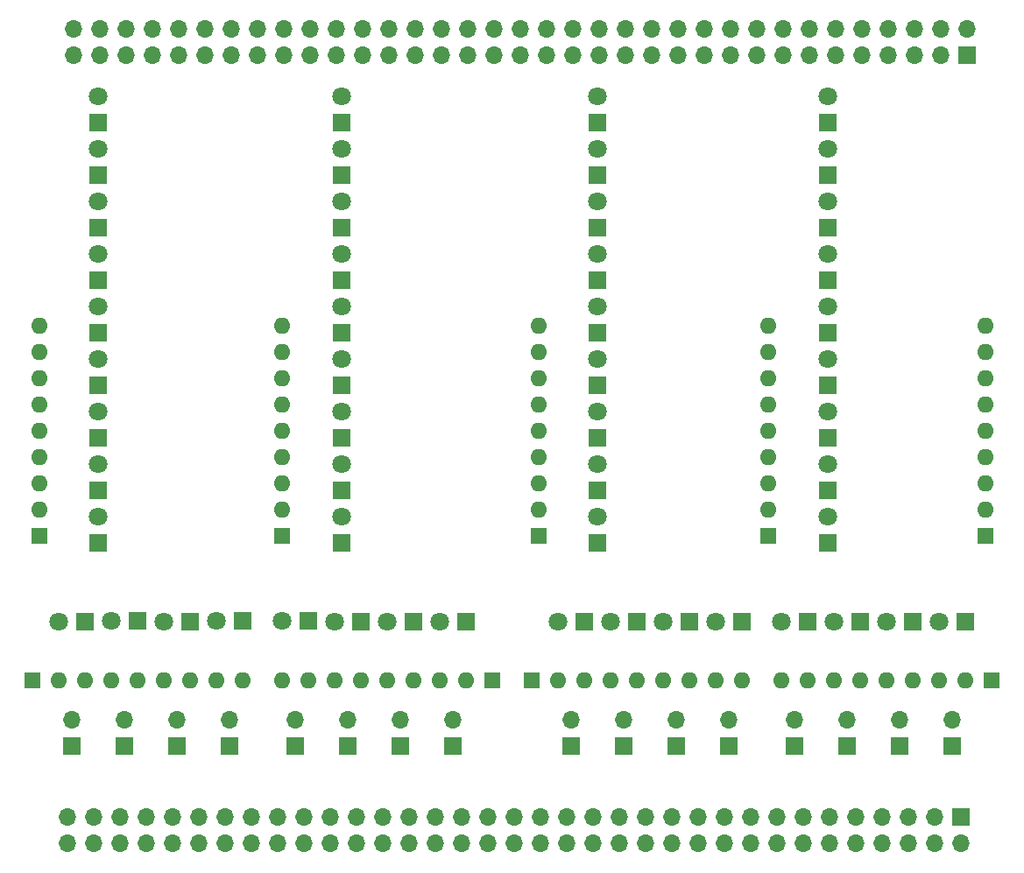
<source format=gbr>
G04 #@! TF.FileFunction,Soldermask,Top*
%FSLAX46Y46*%
G04 Gerber Fmt 4.6, Leading zero omitted, Abs format (unit mm)*
G04 Created by KiCad (PCBNEW (2016-09-07 BZR 7135, Git c8cf783)-product) date Wed Feb  8 14:06:02 2017*
%MOMM*%
%LPD*%
G01*
G04 APERTURE LIST*
%ADD10C,0.100000*%
%ADD11R,1.700000X1.700000*%
%ADD12O,1.700000X1.700000*%
%ADD13R,1.800000X1.800000*%
%ADD14C,1.800000*%
%ADD15R,1.600000X1.600000*%
%ADD16O,1.600000X1.600000*%
G04 APERTURE END LIST*
D10*
D11*
X155677000Y-154459000D03*
D12*
X155677000Y-156999000D03*
X153137000Y-154459000D03*
X153137000Y-156999000D03*
X150597000Y-154459000D03*
X150597000Y-156999000D03*
X148057000Y-154459000D03*
X148057000Y-156999000D03*
X145517000Y-154459000D03*
X145517000Y-156999000D03*
X142977000Y-154459000D03*
X142977000Y-156999000D03*
X140437000Y-154459000D03*
X140437000Y-156999000D03*
X137897000Y-154459000D03*
X137897000Y-156999000D03*
X135357000Y-154459000D03*
X135357000Y-156999000D03*
X132817000Y-154459000D03*
X132817000Y-156999000D03*
X130277000Y-154459000D03*
X130277000Y-156999000D03*
X127737000Y-154459000D03*
X127737000Y-156999000D03*
X125197000Y-154459000D03*
X125197000Y-156999000D03*
X122657000Y-154459000D03*
X122657000Y-156999000D03*
X120117000Y-154459000D03*
X120117000Y-156999000D03*
X117577000Y-154459000D03*
X117577000Y-156999000D03*
X115037000Y-154459000D03*
X115037000Y-156999000D03*
X112497000Y-154459000D03*
X112497000Y-156999000D03*
X109957000Y-154459000D03*
X109957000Y-156999000D03*
X107417000Y-154459000D03*
X107417000Y-156999000D03*
X104877000Y-154459000D03*
X104877000Y-156999000D03*
X102337000Y-154459000D03*
X102337000Y-156999000D03*
X99797000Y-154459000D03*
X99797000Y-156999000D03*
X97257000Y-154459000D03*
X97257000Y-156999000D03*
X94717000Y-154459000D03*
X94717000Y-156999000D03*
X92177000Y-154459000D03*
X92177000Y-156999000D03*
X89637000Y-154459000D03*
X89637000Y-156999000D03*
X87097000Y-154459000D03*
X87097000Y-156999000D03*
X84557000Y-154459000D03*
X84557000Y-156999000D03*
X82017000Y-154459000D03*
X82017000Y-156999000D03*
X79477000Y-154459000D03*
X79477000Y-156999000D03*
X76937000Y-154459000D03*
X76937000Y-156999000D03*
X74397000Y-154459000D03*
X74397000Y-156999000D03*
X71857000Y-154459000D03*
X71857000Y-156999000D03*
X69317000Y-154459000D03*
X69317000Y-156999000D03*
D13*
X72342900Y-92375400D03*
D14*
X72342900Y-89835400D03*
D13*
X72342900Y-97455400D03*
D14*
X72342900Y-94915400D03*
D13*
X72342900Y-102535000D03*
D14*
X72342900Y-99995000D03*
D13*
X72342900Y-107615000D03*
D14*
X72342900Y-105075000D03*
D13*
X72342900Y-112695000D03*
D14*
X72342900Y-110155000D03*
D13*
X72342900Y-117775000D03*
D14*
X72342900Y-115235000D03*
D13*
X72342900Y-122855000D03*
D14*
X72342900Y-120315000D03*
D13*
X72342900Y-127935000D03*
D14*
X72342900Y-125395000D03*
D13*
X95837900Y-92375400D03*
D14*
X95837900Y-89835400D03*
D13*
X95837900Y-97455400D03*
D14*
X95837900Y-94915400D03*
D13*
X95837900Y-102535000D03*
D14*
X95837900Y-99995000D03*
D13*
X95837900Y-107615000D03*
D14*
X95837900Y-105075000D03*
D13*
X95837900Y-112695000D03*
D14*
X95837900Y-110155000D03*
D13*
X95837900Y-117775000D03*
D14*
X95837900Y-115235000D03*
D13*
X95837900Y-122855000D03*
D14*
X95837900Y-120315000D03*
D13*
X95837900Y-127935000D03*
D14*
X95837900Y-125395000D03*
D13*
X120603000Y-92375400D03*
D14*
X120603000Y-89835400D03*
D13*
X120603000Y-97455400D03*
D14*
X120603000Y-94915400D03*
D13*
X120603000Y-102535000D03*
D14*
X120603000Y-99995000D03*
D13*
X120603000Y-107615000D03*
D14*
X120603000Y-105075000D03*
D13*
X120603000Y-112695000D03*
D14*
X120603000Y-110155000D03*
D13*
X120603000Y-117775000D03*
D14*
X120603000Y-115235000D03*
D13*
X120603000Y-122855000D03*
D14*
X120603000Y-120315000D03*
D13*
X120603000Y-127935000D03*
D14*
X120603000Y-125395000D03*
D13*
X142828000Y-92375400D03*
D14*
X142828000Y-89835400D03*
D13*
X142828000Y-97455400D03*
D14*
X142828000Y-94915400D03*
D13*
X142828000Y-102535000D03*
D14*
X142828000Y-99995000D03*
D13*
X142828000Y-107615000D03*
D14*
X142828000Y-105075000D03*
D13*
X142828000Y-112695000D03*
D14*
X142828000Y-110155000D03*
D13*
X142828000Y-117775000D03*
D14*
X142828000Y-115235000D03*
D13*
X142828000Y-122855000D03*
D14*
X142828000Y-120315000D03*
D13*
X142828000Y-127935000D03*
D14*
X142828000Y-125395000D03*
D13*
X142828000Y-87295400D03*
D14*
X142828000Y-84755400D03*
D13*
X120603000Y-87295400D03*
D14*
X120603000Y-84755400D03*
D13*
X95837900Y-87295400D03*
D14*
X95837900Y-84755400D03*
D13*
X72342900Y-87295400D03*
D14*
X72342900Y-84755400D03*
D13*
X119333000Y-135555000D03*
D14*
X116793000Y-135555000D03*
D13*
X124413000Y-135555000D03*
D14*
X121873000Y-135555000D03*
D13*
X129493000Y-135555000D03*
D14*
X126953000Y-135555000D03*
D13*
X134573000Y-135555000D03*
D14*
X132033000Y-135555000D03*
D13*
X140923000Y-135555000D03*
D14*
X138383000Y-135555000D03*
D13*
X146003000Y-135555000D03*
D14*
X143463000Y-135555000D03*
D13*
X151083000Y-135555000D03*
D14*
X148543000Y-135555000D03*
D13*
X156163000Y-135555000D03*
D14*
X153623000Y-135555000D03*
D13*
X71072900Y-135555000D03*
D14*
X68532900Y-135555000D03*
D13*
X76152900Y-135515000D03*
D14*
X73612900Y-135515000D03*
D13*
X81232900Y-135555000D03*
D14*
X78692900Y-135555000D03*
D13*
X86312900Y-135515000D03*
D14*
X83772900Y-135515000D03*
D13*
X92662900Y-135515000D03*
D14*
X90122900Y-135515000D03*
D13*
X97742900Y-135555000D03*
D14*
X95202900Y-135555000D03*
D13*
X102823000Y-135555000D03*
D14*
X100283000Y-135555000D03*
D13*
X107903000Y-135555000D03*
D14*
X105363000Y-135555000D03*
D11*
X154893000Y-147620000D03*
D12*
X154893000Y-145080000D03*
D11*
X106633000Y-147620000D03*
D12*
X106633000Y-145080000D03*
D11*
X149813000Y-147620000D03*
D12*
X149813000Y-145080000D03*
D11*
X101553000Y-147620000D03*
D12*
X101553000Y-145080000D03*
D11*
X144733000Y-147620000D03*
D12*
X144733000Y-145080000D03*
D11*
X96472900Y-147620000D03*
D12*
X96472900Y-145080000D03*
D11*
X139653000Y-147620000D03*
D12*
X139653000Y-145080000D03*
D11*
X91392900Y-147620000D03*
D12*
X91392900Y-145080000D03*
D11*
X133303000Y-147620000D03*
D12*
X133303000Y-145080000D03*
D11*
X85042900Y-147620000D03*
D12*
X85042900Y-145080000D03*
D11*
X128223000Y-147620000D03*
D12*
X128223000Y-145080000D03*
D11*
X79962900Y-147620000D03*
D12*
X79962900Y-145080000D03*
D11*
X123143000Y-147620000D03*
D12*
X123143000Y-145080000D03*
D11*
X74882900Y-147620000D03*
D12*
X74882900Y-145080000D03*
D11*
X118063000Y-147620000D03*
D12*
X118063000Y-145080000D03*
D11*
X69802900Y-147620000D03*
D12*
X69802900Y-145080000D03*
D15*
X66627900Y-127300000D03*
D16*
X66627900Y-124760000D03*
X66627900Y-122220000D03*
X66627900Y-119680000D03*
X66627900Y-117140000D03*
X66627900Y-114600000D03*
X66627900Y-112060000D03*
X66627900Y-109520000D03*
X66627900Y-106980000D03*
D15*
X90122900Y-127300000D03*
D16*
X90122900Y-124760000D03*
X90122900Y-122220000D03*
X90122900Y-119680000D03*
X90122900Y-117140000D03*
X90122900Y-114600000D03*
X90122900Y-112060000D03*
X90122900Y-109520000D03*
X90122900Y-106980000D03*
D15*
X114888000Y-127300000D03*
D16*
X114888000Y-124760000D03*
X114888000Y-122220000D03*
X114888000Y-119680000D03*
X114888000Y-117140000D03*
X114888000Y-114600000D03*
X114888000Y-112060000D03*
X114888000Y-109520000D03*
X114888000Y-106980000D03*
D15*
X137113000Y-127300000D03*
D16*
X137113000Y-124760000D03*
X137113000Y-122220000D03*
X137113000Y-119680000D03*
X137113000Y-117140000D03*
X137113000Y-114600000D03*
X137113000Y-112060000D03*
X137113000Y-109520000D03*
X137113000Y-106980000D03*
D15*
X158068000Y-127300000D03*
D16*
X158068000Y-124760000D03*
X158068000Y-122220000D03*
X158068000Y-119680000D03*
X158068000Y-117140000D03*
X158068000Y-114600000D03*
X158068000Y-112060000D03*
X158068000Y-109520000D03*
X158068000Y-106980000D03*
D15*
X114253000Y-141270000D03*
D16*
X116793000Y-141270000D03*
X119333000Y-141270000D03*
X121873000Y-141270000D03*
X124413000Y-141270000D03*
X126953000Y-141270000D03*
X129493000Y-141270000D03*
X132033000Y-141270000D03*
X134573000Y-141270000D03*
D15*
X65992900Y-141270000D03*
D16*
X68532900Y-141270000D03*
X71072900Y-141270000D03*
X73612900Y-141270000D03*
X76152900Y-141270000D03*
X78692900Y-141270000D03*
X81232900Y-141270000D03*
X83772900Y-141270000D03*
X86312900Y-141270000D03*
D15*
X158703000Y-141270000D03*
D16*
X156163000Y-141270000D03*
X153623000Y-141270000D03*
X151083000Y-141270000D03*
X148543000Y-141270000D03*
X146003000Y-141270000D03*
X143463000Y-141270000D03*
X140923000Y-141270000D03*
X138383000Y-141270000D03*
D15*
X110443000Y-141270000D03*
D16*
X107903000Y-141270000D03*
X105363000Y-141270000D03*
X102823000Y-141270000D03*
X100283000Y-141270000D03*
X97743000Y-141270000D03*
X95203000Y-141270000D03*
X92663000Y-141270000D03*
X90123000Y-141270000D03*
D11*
X156312000Y-80798600D03*
D12*
X156312000Y-78258600D03*
X153772000Y-80798600D03*
X153772000Y-78258600D03*
X151232000Y-80798600D03*
X151232000Y-78258600D03*
X148692000Y-80798600D03*
X148692000Y-78258600D03*
X146152000Y-80798600D03*
X146152000Y-78258600D03*
X143612000Y-80798600D03*
X143612000Y-78258600D03*
X141072000Y-80798600D03*
X141072000Y-78258600D03*
X138532000Y-80798600D03*
X138532000Y-78258600D03*
X135992000Y-80798600D03*
X135992000Y-78258600D03*
X133452000Y-80798600D03*
X133452000Y-78258600D03*
X130912000Y-80798600D03*
X130912000Y-78258600D03*
X128372000Y-80798600D03*
X128372000Y-78258600D03*
X125832000Y-80798600D03*
X125832000Y-78258600D03*
X123292000Y-80798600D03*
X123292000Y-78258600D03*
X120752000Y-80798600D03*
X120752000Y-78258600D03*
X118212000Y-80798600D03*
X118212000Y-78258600D03*
X115672000Y-80798600D03*
X115672000Y-78258600D03*
X113132000Y-80798600D03*
X113132000Y-78258600D03*
X110592000Y-80798600D03*
X110592000Y-78258600D03*
X108052000Y-80798600D03*
X108052000Y-78258600D03*
X105512000Y-80798600D03*
X105512000Y-78258600D03*
X102972000Y-80798600D03*
X102972000Y-78258600D03*
X100432000Y-80798600D03*
X100432000Y-78258600D03*
X97892000Y-80798600D03*
X97892000Y-78258600D03*
X95352000Y-80798600D03*
X95352000Y-78258600D03*
X92812000Y-80798600D03*
X92812000Y-78258600D03*
X90272000Y-80798600D03*
X90272000Y-78258600D03*
X87732000Y-80798600D03*
X87732000Y-78258600D03*
X85192000Y-80798600D03*
X85192000Y-78258600D03*
X82652000Y-80798600D03*
X82652000Y-78258600D03*
X80112000Y-80798600D03*
X80112000Y-78258600D03*
X77572000Y-80798600D03*
X77572000Y-78258600D03*
X75032000Y-80798600D03*
X75032000Y-78258600D03*
X72492000Y-80798600D03*
X72492000Y-78258600D03*
X69952000Y-80798600D03*
X69952000Y-78258600D03*
M02*

</source>
